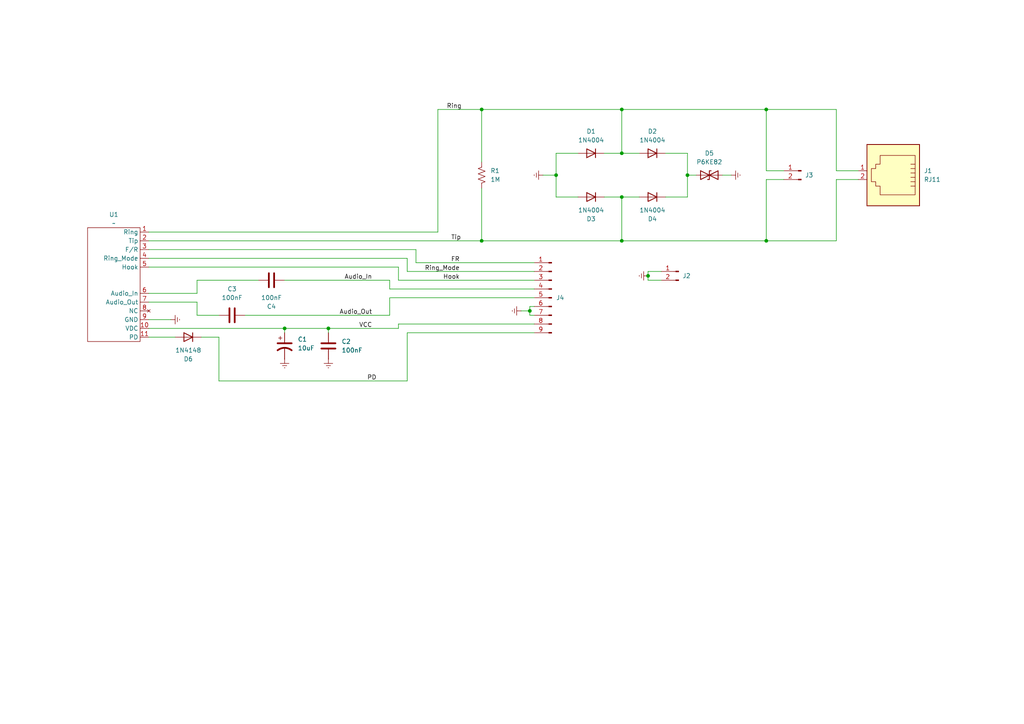
<source format=kicad_sch>
(kicad_sch (version 20250114) (generator "eeschema") (generator_version "9.0")
  (paper "A4")
  (lib_symbols
    (symbol "Connector:Conn_01x02_Pin" (pin_names (offset 1.016) (hide yes))
      (property "Reference" "J" (at 0 2.54 0))
      (property "Value" "Conn_01x02_Pin" (at 0 -5.08 0))
      (symbol "Conn_01x02_Pin_1_1"
        (rectangle (start 0.8636 0.127) (end 0 -0.127) (stroke (width 0.1524)) (fill (type outline)))
        (rectangle (start 0.8636 -2.413) (end 0 -2.667) (stroke (width 0.1524)) (fill (type outline)))
        (polyline (pts (xy 1.27 0) (xy 0.8636 0)) (stroke (width 0.1524)))
        (polyline (pts (xy 1.27 -2.54) (xy 0.8636 -2.54)) (stroke (width 0.1524)))
        (pin passive line (at 5.08 0 180) (length 3.81) (name "Pin_1") (number "1"))
        (pin passive line (at 5.08 -2.54 180) (length 3.81) (name "Pin_2") (number "2"))
      )
    )
    (symbol "Connector:Conn_01x09_Pin" (pin_names (offset 1.016) (hide yes))
      (property "Reference" "J" (at 0 12.7 0))
      (property "Value" "Conn_01x09_Pin" (at 0 -12.7 0))
      (symbol "Conn_01x09_Pin_1_1"
        (rectangle (start 0.8636 10.287) (end 0 10.033) (stroke (width 0.1524)) (fill (type outline)))
        (rectangle (start 0.8636 7.747) (end 0 7.493) (stroke (width 0.1524)) (fill (type outline)))
        (rectangle (start 0.8636 5.207) (end 0 4.953) (stroke (width 0.1524)) (fill (type outline)))
        (rectangle (start 0.8636 2.667) (end 0 2.413) (stroke (width 0.1524)) (fill (type outline)))
        (rectangle (start 0.8636 0.127) (end 0 -0.127) (stroke (width 0.1524)) (fill (type outline)))
        (rectangle (start 0.8636 -2.413) (end 0 -2.667) (stroke (width 0.1524)) (fill (type outline)))
        (rectangle (start 0.8636 -4.953) (end 0 -5.207) (stroke (width 0.1524)) (fill (type outline)))
        (rectangle (start 0.8636 -7.493) (end 0 -7.747) (stroke (width 0.1524)) (fill (type outline)))
        (rectangle (start 0.8636 -10.033) (end 0 -10.287) (stroke (width 0.1524)) (fill (type outline)))
        (polyline (pts (xy 1.27 10.16) (xy 0.8636 10.16)) (stroke (width 0.1524)))
        (polyline (pts (xy 1.27 7.62) (xy 0.8636 7.62)) (stroke (width 0.1524)))
        (polyline (pts (xy 1.27 5.08) (xy 0.8636 5.08)) (stroke (width 0.1524)))
        (polyline (pts (xy 1.27 2.54) (xy 0.8636 2.54)) (stroke (width 0.1524)))
        (polyline (pts (xy 1.27 0) (xy 0.8636 0)) (stroke (width 0.1524)))
        (polyline (pts (xy 1.27 -2.54) (xy 0.8636 -2.54)) (stroke (width 0.1524)))
        (polyline (pts (xy 1.27 -5.08) (xy 0.8636 -5.08)) (stroke (width 0.1524)))
        (polyline (pts (xy 1.27 -7.62) (xy 0.8636 -7.62)) (stroke (width 0.1524)))
        (polyline (pts (xy 1.27 -10.16) (xy 0.8636 -10.16)) (stroke (width 0.1524)))
        (pin passive line (at 5.08 10.16 180) (length 3.81) (name "Pin_1") (number "1"))
        (pin passive line (at 5.08 7.62 180) (length 3.81) (name "Pin_2") (number "2"))
        (pin passive line (at 5.08 5.08 180) (length 3.81) (name "Pin_3") (number "3"))
        (pin passive line (at 5.08 2.54 180) (length 3.81) (name "Pin_4") (number "4"))
        (pin passive line (at 5.08 0 180) (length 3.81) (name "Pin_5") (number "5"))
        (pin passive line (at 5.08 -2.54 180) (length 3.81) (name "Pin_6") (number "6"))
        (pin passive line (at 5.08 -5.08 180) (length 3.81) (name "Pin_7") (number "7"))
        (pin passive line (at 5.08 -7.62 180) (length 3.81) (name "Pin_8") (number "8"))
        (pin passive line (at 5.08 -10.16 180) (length 3.81) (name "Pin_9") (number "9"))
      )
    )
    (symbol "Connector:RJ11" (pin_names (offset 1.016))
      (property "Reference" "J" (at -5.08 11.43 0))
      (property "Value" "RJ11" (at 2.54 11.43 0))
      (symbol "RJ11_0_1"
        (polyline (pts (xy -6.35 3.175) (xy -5.08 3.175) (xy -5.08 3.175)))
        (polyline (pts (xy -6.35 1.905) (xy -5.08 1.905) (xy -5.08 1.905)))
        (polyline (pts (xy -6.35 0.635) (xy -5.08 0.635) (xy -5.08 0.635)))
        (polyline (pts (xy -6.35 -0.635) (xy -5.08 -0.635) (xy -5.08 -0.635)))
        (polyline (pts (xy -6.35 -1.905) (xy -5.08 -1.905) (xy -5.08 -1.905)))
        (polyline (pts (xy -6.35 -4.445) (xy -6.35 6.985) (xy 3.81 6.985) (xy 3.81 4.445) (xy 5.08 4.445) (xy 5.08 3.175) (xy 6.35 3.175) (xy 6.35 -0.635) (xy 5.08 -0.635) (xy 5.08 -1.905) (xy 3.81 -1.905) (xy 3.81 -4.445) (xy -6.35 -4.445) (xy -6.35 -4.445)))
        (polyline (pts (xy -5.08 4.445) (xy -6.35 4.445) (xy -6.35 4.445)))
        (rectangle (start 7.62 10.16) (end -7.62 -7.62) (stroke (width 0.254)) (fill (type background)))
      )
      (symbol "RJ11_1_1"
        (pin passive line (at 10.16 2.54 180) (length 2.54) (name "~") (number "2"))
        (pin passive line (at 10.16 0 180) (length 2.54) (name "~") (number "1"))
      )
    )
    (symbol "Device:C" (pin_numbers (hide yes)) (pin_names (offset 0.254))
      (property "Reference" "C" (at 0.635 2.54 0))
      (property "Value" "C" (at 0.635 -2.54 0))
      (symbol "C_0_1"
        (polyline (pts (xy -2.032 0.762) (xy 2.032 0.762)) (stroke (width 0.508)))
        (polyline (pts (xy -2.032 -0.762) (xy 2.032 -0.762)) (stroke (width 0.508)))
      )
      (symbol "C_1_1"
        (pin passive line (at 0 3.81 270) (length 2.794) (name "~") (number "1"))
        (pin passive line (at 0 -3.81 90) (length 2.794) (name "~") (number "2"))
      )
    )
    (symbol "Device:C_Polarized_US" (pin_numbers (hide yes)) (pin_names (offset 0.254) (hide yes))
      (property "Reference" "C" (at 0.635 2.54 0))
      (property "Value" "C_Polarized_US" (at 0.635 -2.54 0))
      (symbol "C_Polarized_US_0_1"
        (polyline (pts (xy -2.032 0.762) (xy 2.032 0.762)) (stroke (width 0.508)))
        (polyline (pts (xy -1.778 2.286) (xy -0.762 2.286)))
        (polyline (pts (xy -1.27 1.778) (xy -1.27 2.794)))
        (arc (start -2.032 -1.27) (mid 0 -0.5572) (end 2.032 -1.27) (stroke (width 0.508)))
      )
      (symbol "C_Polarized_US_1_1"
        (pin passive line (at 0 3.81 270) (length 2.794) (name "~") (number "1"))
        (pin passive line (at 0 -3.81 90) (length 3.302) (name "~") (number "2"))
      )
    )
    (symbol "Device:D_TVS" (pin_numbers (hide yes)) (pin_names (offset 1.016) (hide yes))
      (property "Reference" "D" (at 0 2.54 0))
      (property "Value" "D_TVS" (at 0 -2.54 0))
      (symbol "D_TVS_0_1"
        (polyline (pts (xy -2.54 1.27) (xy -2.54 -1.27) (xy 2.54 1.27) (xy 2.54 -1.27) (xy -2.54 1.27)) (stroke (width 0.254)))
        (polyline (pts (xy 0.508 1.27) (xy 0 1.27) (xy 0 -1.27) (xy -0.508 -1.27)) (stroke (width 0.254)))
        (polyline (pts (xy 1.27 0) (xy -1.27 0)))
      )
      (symbol "D_TVS_1_1"
        (pin passive line (at -3.81 0 0) (length 2.54) (name "A1") (number "1"))
        (pin passive line (at 3.81 0 180) (length 2.54) (name "A2") (number "2"))
      )
    )
    (symbol "Device:R_US" (pin_numbers (hide yes)) (pin_names (offset 0))
      (property "Reference" "R" (at 2.54 0 90))
      (property "Value" "R_US" (at -2.54 0 90))
      (symbol "R_US_0_1"
        (polyline (pts (xy 0 2.286) (xy 0 2.54)))
        (polyline (pts (xy 0 2.286) (xy 1.016 1.905) (xy 0 1.524) (xy -1.016 1.143) (xy 0 0.762)))
        (polyline (pts (xy 0 0.762) (xy 1.016 0.381) (xy 0 0) (xy -1.016 -0.381) (xy 0 -0.762)))
        (polyline (pts (xy 0 -0.762) (xy 1.016 -1.143) (xy 0 -1.524) (xy -1.016 -1.905) (xy 0 -2.286)))
        (polyline (pts (xy 0 -2.286) (xy 0 -2.54)))
      )
      (symbol "R_US_1_1"
        (pin passive line (at 0 3.81 270) (length 1.27) (name "~") (number "1"))
        (pin passive line (at 0 -3.81 90) (length 1.27) (name "~") (number "2"))
      )
    )
    (symbol "Diode:1N4004" (pin_numbers (hide yes)) (pin_names (hide yes))
      (property "Reference" "D" (at 0 2.54 0))
      (property "Value" "1N4004" (at 0 -2.54 0))
      (symbol "1N4004_0_1"
        (polyline (pts (xy -1.27 1.27) (xy -1.27 -1.27)) (stroke (width 0.254)))
        (polyline (pts (xy 1.27 1.27) (xy 1.27 -1.27) (xy -1.27 0) (xy 1.27 1.27)) (stroke (width 0.254)))
        (polyline (pts (xy 1.27 0) (xy -1.27 0)))
      )
      (symbol "1N4004_1_1"
        (pin passive line (at -3.81 0 0) (length 2.54) (name "K") (number "1"))
        (pin passive line (at 3.81 0 180) (length 2.54) (name "A") (number "2"))
      )
    )
    (symbol "Diode:1N4148" (pin_numbers (hide yes)) (pin_names (hide yes))
      (property "Reference" "D" (at 0 2.54 0))
      (property "Value" "1N4148" (at 0 -2.54 0))
      (symbol "1N4148_0_1"
        (polyline (pts (xy -1.27 1.27) (xy -1.27 -1.27)) (stroke (width 0.254)))
        (polyline (pts (xy 1.27 1.27) (xy 1.27 -1.27) (xy -1.27 0) (xy 1.27 1.27)) (stroke (width 0.254)))
        (polyline (pts (xy 1.27 0) (xy -1.27 0)))
      )
      (symbol "1N4148_1_1"
        (pin passive line (at -3.81 0 0) (length 2.54) (name "K") (number "1"))
        (pin passive line (at 3.81 0 180) (length 2.54) (name "A") (number "2"))
      )
    )
    (symbol "SLIC:KS0835F"
      (property "Reference" "U" (at -4.826 0 0))
      (symbol "KS0835F_0_1"
        (rectangle (start -7.62 16.51) (end 7.62 -16.51))
      )
      (symbol "KS0835F_1_1"
        (pin bidirectional line (at 10.16 15.24 180) (length 2.54) (name "Ring") (number "1"))
        (pin bidirectional line (at 10.16 12.7 180) (length 2.54) (name "Tip") (number "2"))
        (pin input line (at 10.16 10.16 180) (length 2.54) (name "F/R") (number "3"))
        (pin input line (at 10.16 7.62 180) (length 2.54) (name "Ring_Mode") (number "4"))
        (pin output line (at 10.16 5.08 180) (length 2.54) (name "Hook") (number "5"))
        (pin input line (at 10.16 -2.54 180) (length 2.54) (name "Audio_In") (number "6"))
        (pin output line (at 10.16 -5.08 180) (length 2.54) (name "Audio_Out") (number "7"))
        (pin no_connect line (at 10.16 -7.62 180) (length 2.54) (name "NC") (number "8"))
        (pin power_in line (at 10.16 -10.16 180) (length 2.54) (name "GND") (number "9"))
        (pin power_in line (at 10.16 -12.7 180) (length 2.54) (name "VDC") (number "10"))
        (pin input line (at 10.16 -15.24 180) (length 2.54) (name "PD") (number "11"))
      )
    )
    (symbol "power:GNDREF" (power) (pin_numbers (hide yes)) (pin_names (offset 0) (hide yes))
      (property "Value" "GNDREF" (at 0 -3.81 0))
      (symbol "GNDREF_0_1"
        (polyline (pts (xy -0.635 -1.905) (xy 0.635 -1.905)))
        (polyline (pts (xy -0.127 -2.54) (xy 0.127 -2.54)))
        (polyline (pts (xy 0 -1.27) (xy 0 0)))
        (polyline (pts (xy 1.27 -1.27) (xy -1.27 -1.27)))
      )
      (symbol "GNDREF_1_1"
        (pin power_in line (at 0 0 270) (length 0) (name "~") (number "1"))
      )
    )
  )
  (junction (at 153.67 90.17))
  (junction (at 139.7 69.85))
  (junction (at 82.55 95.25))
  (junction (at 187.96 80.01))
  (junction (at 199.39 50.8))
  (junction (at 180.34 44.45))
  (junction (at 180.34 69.85))
  (junction (at 180.34 31.75))
  (junction (at 139.7 31.75))
  (junction (at 222.25 69.85))
  (junction (at 95.25 95.25))
  (junction (at 161.29 50.8))
  (junction (at 222.25 31.75))
  (junction (at 180.34 57.15))
  (wire (pts (xy 193.04 57.15) (xy 199.39 57.15)))
  (wire (pts (xy 120.65 72.39) (xy 120.65 76.2)))
  (wire (pts (xy 199.39 50.8) (xy 199.39 57.15)))
  (wire (pts (xy 222.25 49.53) (xy 222.25 31.75)))
  (wire (pts (xy 115.57 81.28) (xy 154.94 81.28)))
  (wire (pts (xy 242.57 69.85) (xy 222.25 69.85)))
  (wire (pts (xy 222.25 31.75) (xy 180.34 31.75)))
  (wire (pts (xy 43.18 72.39) (xy 120.65 72.39)))
  (wire (pts (xy 154.94 86.36) (xy 113.03 86.36)))
  (wire (pts (xy 118.11 110.49) (xy 63.5 110.49)))
  (wire (pts (xy 139.7 46.99) (xy 139.7 31.75)))
  (wire (pts (xy 154.94 83.82) (xy 113.03 83.82)))
  (wire (pts (xy 127 31.75) (xy 139.7 31.75)))
  (wire (pts (xy 187.96 78.74) (xy 187.96 80.01)))
  (wire (pts (xy 151.13 90.17) (xy 153.67 90.17)))
  (wire (pts (xy 71.12 91.44) (xy 113.03 91.44)))
  (wire (pts (xy 49.53 92.71) (xy 43.18 92.71)))
  (wire (pts (xy 115.57 95.25) (xy 115.57 93.98)))
  (wire (pts (xy 180.34 44.45) (xy 185.42 44.45)))
  (wire (pts (xy 242.57 49.53) (xy 242.57 31.75)))
  (wire (pts (xy 199.39 50.8) (xy 201.93 50.8)))
  (wire (pts (xy 43.18 95.25) (xy 82.55 95.25)))
  (wire (pts (xy 120.65 76.2) (xy 154.94 76.2)))
  (wire (pts (xy 157.48 50.8) (xy 161.29 50.8)))
  (wire (pts (xy 187.96 80.01) (xy 187.96 81.28)))
  (wire (pts (xy 153.67 91.44) (xy 153.67 90.17)))
  (wire (pts (xy 115.57 93.98) (xy 154.94 93.98)))
  (wire (pts (xy 222.25 69.85) (xy 180.34 69.85)))
  (wire (pts (xy 57.15 81.28) (xy 74.93 81.28)))
  (wire (pts (xy 127 67.31) (xy 127 31.75)))
  (wire (pts (xy 175.26 57.15) (xy 180.34 57.15)))
  (wire (pts (xy 57.15 81.28) (xy 57.15 85.09)))
  (wire (pts (xy 118.11 74.93) (xy 118.11 78.74)))
  (wire (pts (xy 57.15 87.63) (xy 57.15 91.44)))
  (wire (pts (xy 154.94 91.44) (xy 153.67 91.44)))
  (wire (pts (xy 161.29 57.15) (xy 167.64 57.15)))
  (wire (pts (xy 153.67 88.9) (xy 154.94 88.9)))
  (wire (pts (xy 139.7 31.75) (xy 180.34 31.75)))
  (wire (pts (xy 63.5 97.79) (xy 58.42 97.79)))
  (wire (pts (xy 222.25 52.07) (xy 222.25 69.85)))
  (wire (pts (xy 242.57 52.07) (xy 242.57 69.85)))
  (wire (pts (xy 153.67 90.17) (xy 153.67 88.9)))
  (wire (pts (xy 115.57 77.47) (xy 115.57 81.28)))
  (wire (pts (xy 180.34 69.85) (xy 180.34 57.15)))
  (wire (pts (xy 82.55 81.28) (xy 113.03 81.28)))
  (wire (pts (xy 118.11 78.74) (xy 154.94 78.74)))
  (wire (pts (xy 43.18 87.63) (xy 57.15 87.63)))
  (wire (pts (xy 57.15 85.09) (xy 43.18 85.09)))
  (wire (pts (xy 63.5 97.79) (xy 63.5 110.49)))
  (wire (pts (xy 167.64 44.45) (xy 161.29 44.45)))
  (wire (pts (xy 227.33 52.07) (xy 222.25 52.07)))
  (wire (pts (xy 82.55 95.25) (xy 82.55 96.52)))
  (wire (pts (xy 118.11 96.52) (xy 118.11 110.49)))
  (wire (pts (xy 212.09 50.8) (xy 209.55 50.8)))
  (wire (pts (xy 43.18 69.85) (xy 139.7 69.85)))
  (wire (pts (xy 43.18 77.47) (xy 115.57 77.47)))
  (wire (pts (xy 95.25 96.52) (xy 95.25 95.25)))
  (wire (pts (xy 191.77 78.74) (xy 187.96 78.74)))
  (wire (pts (xy 175.26 44.45) (xy 180.34 44.45)))
  (wire (pts (xy 57.15 91.44) (xy 63.5 91.44)))
  (wire (pts (xy 95.25 95.25) (xy 115.57 95.25)))
  (wire (pts (xy 43.18 74.93) (xy 118.11 74.93)))
  (wire (pts (xy 161.29 44.45) (xy 161.29 50.8)))
  (wire (pts (xy 227.33 49.53) (xy 222.25 49.53)))
  (wire (pts (xy 82.55 95.25) (xy 95.25 95.25)))
  (wire (pts (xy 161.29 50.8) (xy 161.29 57.15)))
  (wire (pts (xy 139.7 69.85) (xy 180.34 69.85)))
  (wire (pts (xy 248.92 49.53) (xy 242.57 49.53)))
  (wire (pts (xy 43.18 97.79) (xy 50.8 97.79)))
  (wire (pts (xy 193.04 44.45) (xy 199.39 44.45)))
  (wire (pts (xy 180.34 57.15) (xy 185.42 57.15)))
  (wire (pts (xy 187.96 81.28) (xy 191.77 81.28)))
  (wire (pts (xy 199.39 44.45) (xy 199.39 50.8)))
  (wire (pts (xy 242.57 31.75) (xy 222.25 31.75)))
  (wire (pts (xy 43.18 67.31) (xy 127 67.31)))
  (wire (pts (xy 113.03 86.36) (xy 113.03 91.44)))
  (wire (pts (xy 113.03 83.82) (xy 113.03 81.28)))
  (wire (pts (xy 180.34 31.75) (xy 180.34 44.45)))
  (wire (pts (xy 154.94 96.52) (xy 118.11 96.52)))
  (wire (pts (xy 139.7 54.61) (xy 139.7 69.85)))
  (wire (pts (xy 248.92 52.07) (xy 242.57 52.07)))
  (label "PD" (at 109.22 110.49 180))
  (label "FR" (at 133.35 76.2 180))
  (label "Tip" (at 130.81 69.85 0))
  (label "Hook" (at 133.35 81.28 180))
  (label "VCC" (at 107.95 95.25 180))
  (label "Ring" (at 129.54 31.75 0))
  (label "Audio_Out" (at 107.95 91.44 180))
  (label "Ring_Mode" (at 133.35 78.74 180))
  (label "Audio_In" (at 107.95 81.28 180))
  (symbol (lib_id "Device:C_Polarized_US") (at 82.55 100.33 0) (unit 1)
    (property "Reference" "C1" (at 86.36 98.4249 0) (effects (justify left)))
    (property "Value" "10uF" (at 86.36 100.9649 0) (effects (justify left)))
    (property "Footprint" "Capacitor_THT:CP_Radial_D5.0mm_P2.50mm" (effects (hide yes)))
    (property "Description" "Polarized capacitor, US symbol" (effects (hide yes)))
  )
  (symbol (lib_id "Diode:1N4004") (at 171.45 57.15 0) (mirror y) (unit 1)
    (property "Reference" "D3" (at 171.45 63.5 0))
    (property "Value" "1N4004" (at 171.45 60.96 0))
    (property "Footprint" "Diode_THT:D_DO-41_SOD81_P10.16mm_Horizontal" (effects (hide yes)))
    (property "Datasheet" "http://www.vishay.com/docs/88503/1n4001.pdf" (effects (hide yes)))
    (property "Description" "400V 1A General Purpose Rectifier Diode, DO-41" (effects (hide yes)))
    (property "Sim.Device" "D" (effects (hide yes)))
    (property "Sim.Pins" "1=K 2=A" (effects (hide yes)))
  )
  (symbol (lib_id "power:GNDREF") (at 49.53 92.71 90) (unit 1)
    (property "Reference" "#PWR05" (effects (hide yes)))
    (property "Value" "GNDREF" (effects (hide yes)))
    (property "Description" "Power symbol creates a global label with name \"GNDREF\" , reference supply ground" (effects (hide yes)))
  )
  (symbol (lib_id "Device:D_TVS") (at 205.74 50.8 0) (unit 1)
    (property "Reference" "D5" (at 205.74 44.45 0))
    (property "Value" "P6KE82" (at 205.74 46.99 0))
    (property "Footprint" "Diode_THT:D_DO-15_P12.70mm_Horizontal" (effects (hide yes)))
    (property "Description" "Bidirectional transient-voltage-suppression diode" (effects (hide yes)))
  )
  (symbol (lib_id "Diode:1N4004") (at 189.23 57.15 0) (mirror y) (unit 1)
    (property "Reference" "D4" (at 189.23 63.5 0))
    (property "Value" "1N4004" (at 189.23 60.96 0))
    (property "Footprint" "Diode_THT:D_DO-41_SOD81_P10.16mm_Horizontal" (effects (hide yes)))
    (property "Datasheet" "http://www.vishay.com/docs/88503/1n4001.pdf" (effects (hide yes)))
    (property "Description" "400V 1A General Purpose Rectifier Diode, DO-41" (effects (hide yes)))
    (property "Sim.Device" "D" (effects (hide yes)))
    (property "Sim.Pins" "1=K 2=A" (effects (hide yes)))
  )
  (symbol (lib_id "Diode:1N4148") (at 54.61 97.79 0) (mirror y) (unit 1)
    (property "Reference" "D6" (at 54.61 104.14 0))
    (property "Value" "1N4148" (at 54.61 101.6 0))
    (property "Footprint" "Diode_THT:D_DO-35_SOD27_P7.62mm_Horizontal" (effects (hide yes)))
    (property "Datasheet" "https://assets.nexperia.com/documents/data-sheet/1N4148_1N4448.pdf" (effects (hide yes)))
    (property "Description" "100V 0.15A standard switching diode, DO-35" (effects (hide yes)))
    (property "Sim.Device" "D" (effects (hide yes)))
    (property "Sim.Pins" "1=K 2=A" (effects (hide yes)))
  )
  (symbol (lib_id "power:GNDREF") (at 212.09 50.8 90) (unit 1)
    (property "Reference" "#PWR02" (effects (hide yes)))
    (property "Value" "GNDREF" (effects (hide yes)))
    (property "Description" "Power symbol creates a global label with name \"GNDREF\" , reference supply ground" (effects (hide yes)))
  )
  (symbol (lib_id "Diode:1N4004") (at 189.23 44.45 180) (unit 1)
    (property "Reference" "D2" (at 189.23 38.1 0))
    (property "Value" "1N4004" (at 189.23 40.64 0))
    (property "Footprint" "Diode_THT:D_DO-41_SOD81_P10.16mm_Horizontal" (effects (hide yes)))
    (property "Datasheet" "http://www.vishay.com/docs/88503/1n4001.pdf" (effects (hide yes)))
    (property "Description" "400V 1A General Purpose Rectifier Diode, DO-41" (effects (hide yes)))
    (property "Sim.Device" "D" (effects (hide yes)))
    (property "Sim.Pins" "1=K 2=A" (effects (hide yes)))
  )
  (symbol (lib_id "power:GNDREF") (at 151.13 90.17 270) (unit 1)
    (property "Reference" "#PWR07" (effects (hide yes)))
    (property "Value" "GNDREF" (effects (hide yes)))
    (property "Description" "Power symbol creates a global label with name \"GNDREF\" , reference supply ground" (effects (hide yes)))
  )
  (symbol (lib_id "Device:C") (at 95.25 100.33 0) (unit 1)
    (property "Reference" "C2" (at 99.06 99.0599 0) (effects (justify left)))
    (property "Value" "100nF" (at 99.06 101.5999 0) (effects (justify left)))
    (property "Footprint" "Capacitor_THT:C_Disc_D4.7mm_W2.5mm_P5.00mm" (effects (hide yes)))
    (property "Description" "Unpolarized capacitor" (effects (hide yes)))
  )
  (symbol (lib_id "Connector:Conn_01x02_Pin") (at 232.41 49.53 0) (mirror y) (unit 1)
    (property "Reference" "J3" (at 234.696 50.8 0))
    (property "Value" "Conn_01x02_Pin" (effects (hide yes)))
    (property "Footprint" "Connector_PinHeader_2.54mm:PinHeader_1x02_P2.54mm_Vertical" (effects (hide yes)))
    (property "Description" "Generic connector, single row, 01x02, script generated" (effects (hide yes)))
  )
  (symbol (lib_id "power:GNDREF") (at 95.25 104.14 0) (unit 1)
    (property "Reference" "#PWR03" (effects (hide yes)))
    (property "Value" "GNDREF" (effects (hide yes)))
    (property "Description" "Power symbol creates a global label with name \"GNDREF\" , reference supply ground" (effects (hide yes)))
  )
  (symbol (lib_id "Device:C") (at 78.74 81.28 90) (mirror x) (unit 1)
    (property "Reference" "C4" (at 78.74 88.9 90))
    (property "Value" "100nF" (at 78.74 86.36 90))
    (property "Footprint" "Capacitor_THT:C_Disc_D4.7mm_W2.5mm_P5.00mm" (effects (hide yes)))
    (property "Description" "Unpolarized capacitor" (effects (hide yes)))
  )
  (symbol (lib_id "power:GNDREF") (at 187.96 80.01 270) (unit 1)
    (property "Reference" "#PWR06" (effects (hide yes)))
    (property "Value" "GNDREF" (effects (hide yes)))
    (property "Description" "Power symbol creates a global label with name \"GNDREF\" , reference supply ground" (effects (hide yes)))
  )
  (symbol (lib_id "Connector:RJ11") (at 259.08 49.53 180) (unit 1)
    (property "Reference" "J1" (at 267.97 49.5299 0) (effects (justify right)))
    (property "Value" "RJ11" (at 267.97 52.0699 0) (effects (justify right)))
    (property "Footprint" "SLIC:RJ11_438600003" (effects (hide yes)))
    (property "Description" "RJ connector, 6P2C (6 positions 2 connected)" (effects (hide yes)))
  )
  (symbol (lib_id "Connector:Conn_01x02_Pin") (at 196.85 78.74 0) (mirror y) (unit 1)
    (property "Reference" "J2" (at 199.136 80.01 0))
    (property "Value" "Conn_01x02_Pin" (effects (hide yes)))
    (property "Footprint" "Connector_PinHeader_2.54mm:PinHeader_1x02_P2.54mm_Vertical" (effects (hide yes)))
    (property "Description" "Generic connector, single row, 01x02, script generated" (effects (hide yes)))
  )
  (symbol (lib_id "power:GNDREF") (at 157.48 50.8 270) (unit 1)
    (property "Reference" "#PWR01" (effects (hide yes)))
    (property "Value" "GNDREF" (effects (hide yes)))
    (property "Description" "Power symbol creates a global label with name \"GNDREF\" , reference supply ground" (effects (hide yes)))
  )
  (symbol (lib_id "SLIC:KS0835F") (at 33.02 82.55 0) (unit 1)
    (property "Reference" "U1" (at 33.02 62.23 0))
    (property "Value" "~" (at 33.02 64.77 0))
    (property "Footprint" "SLIC:KS0835F" (effects (hide yes)))
    (property "Datasheet" "https://github.com/GadgetReboot/KS0835F_Phone_SLIC/blob/main/KS0835F_SLIC_Specifications.pdf" (effects (hide yes)))
    (property "Description" "Subscriber Line Interface Circuit (SLIC)" (effects (hide yes)))
  )
  (symbol (lib_id "Connector:Conn_01x09_Pin") (at 160.02 86.36 0) (mirror y) (unit 1)
    (property "Reference" "J4" (at 161.29 86.3599 0) (effects (justify right)))
    (property "Value" "Conn_01x09_Pin" (effects (hide yes)))
    (property "Footprint" "Connector_PinHeader_2.54mm:PinHeader_1x09_P2.54mm_Vertical" (effects (hide yes)))
    (property "Description" "Generic connector, single row, 01x09, script generated" (effects (hide yes)))
  )
  (symbol (lib_id "Diode:1N4004") (at 171.45 44.45 180) (unit 1)
    (property "Reference" "D1" (at 171.45 38.1 0))
    (property "Value" "1N4004" (at 171.45 40.64 0))
    (property "Footprint" "Diode_THT:D_DO-41_SOD81_P10.16mm_Horizontal" (effects (hide yes)))
    (property "Datasheet" "http://www.vishay.com/docs/88503/1n4001.pdf" (effects (hide yes)))
    (property "Description" "400V 1A General Purpose Rectifier Diode, DO-41" (effects (hide yes)))
    (property "Sim.Device" "D" (effects (hide yes)))
    (property "Sim.Pins" "1=K 2=A" (effects (hide yes)))
  )
  (symbol (lib_id "Device:R_US") (at 139.7 50.8 0) (mirror y) (unit 1)
    (property "Reference" "R1" (at 142.24 49.5299 0) (effects (justify right)))
    (property "Value" "1M" (at 142.24 52.0699 0) (effects (justify right)))
    (property "Footprint" "Resistor_THT:R_Axial_DIN0207_L6.3mm_D2.5mm_P10.16mm_Horizontal" (effects (hide yes)))
    (property "Description" "Resistor, US symbol" (effects (hide yes)))
  )
  (symbol (lib_id "power:GNDREF") (at 82.55 104.14 0) (unit 1)
    (property "Reference" "#PWR04" (effects (hide yes)))
    (property "Value" "GNDREF" (effects (hide yes)))
    (property "Description" "Power symbol creates a global label with name \"GNDREF\" , reference supply ground" (effects (hide yes)))
  )
  (symbol (lib_id "Device:C") (at 67.31 91.44 90) (unit 1)
    (property "Reference" "C3" (at 67.31 83.82 90))
    (property "Value" "100nF" (at 67.31 86.36 90))
    (property "Footprint" "Capacitor_THT:C_Disc_D4.7mm_W2.5mm_P5.00mm" (effects (hide yes)))
    (property "Description" "Unpolarized capacitor" (effects (hide yes)))
  )
)
</source>
